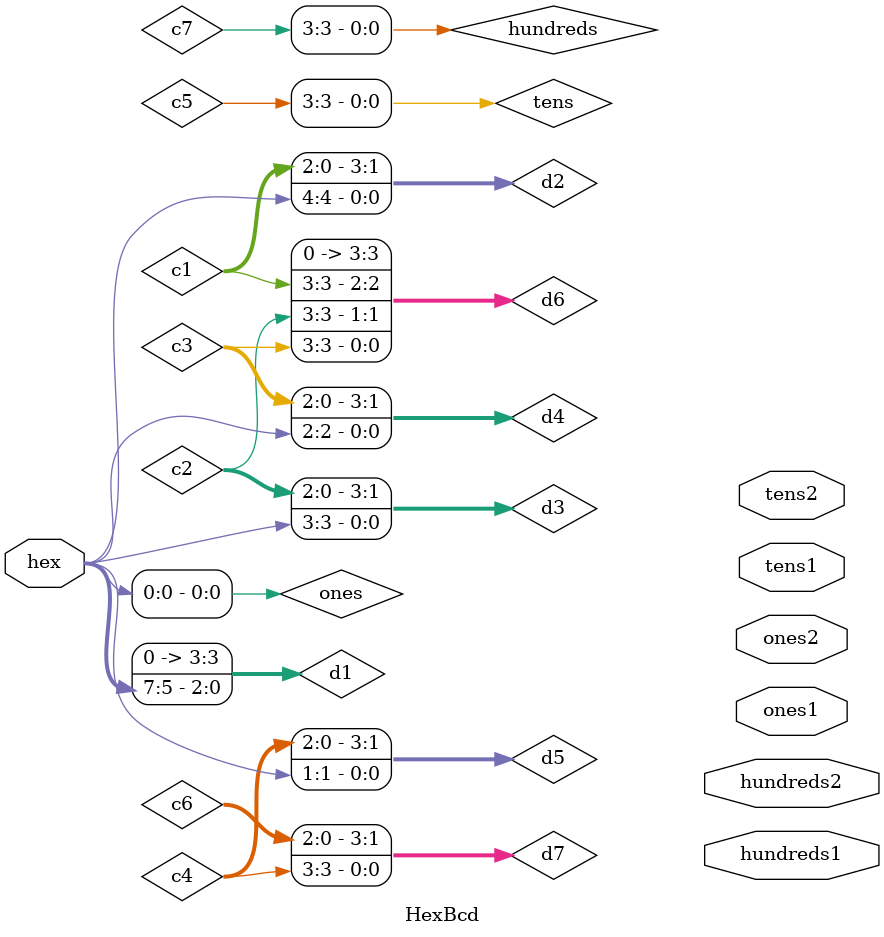
<source format=v>
module HexBcd(
 input [7:0] hex,
 output wire [3:0] ones1,ones2,
 output wire [3:0] tens1,tens2,
 output wire [3:0] hundreds1,hundreds2
    );
wire [3:0] c1,c2,c3,c4,c5,c6,c7;
wire [3:0] d1,d2,d3,d4,d5,d6,d7;
assign d1 = {1'b0,hex[7:5]};
assign d2 = {c1[2:0],hex[4]};
assign d3 = {c2[2:0],hex[3]};
assign d4 = {c3[2:0],hex[2]};
assign d5 = {c4[2:0],hex[1]};
assign d6 = {1'b0,c1[3],c2[3],c3[3]};
assign d7 = {c6[2:0],c4[3]};
add3 m1(d1,c1);
add3 m2(d2,c2);
add3 m3(d3,c3);
add3 m4(d4,c4);
add3 m5(d5,c5);
add3 m6(d6,c6);
add3 m7(d7,c7);
assign ones = {c5[2:0],hex[0]};
assign tens = {c7[2:0],c5[3]};
assign hundreds = {c6[3],c7[3]};

endmodule
</source>
